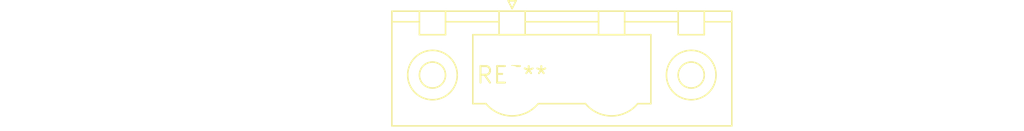
<source format=kicad_pcb>
(kicad_pcb (version 20240108) (generator pcbnew)
  (layers (0 "F.Cu" signal) (31 "B.Cu" signal) (34 "B.Paste" user) (35 "F.Paste" user) (36 "B.SilkS" user "B.Silkscreen") (37 "F.SilkS" user "F.Silkscreen") (38 "B.Mask" user) (39 "F.Mask" user) (44 "Edge.Cuts" user))
  (net 0 "")
  (footprint "PhoenixContact_GMSTBV_2,5_2-GF-7,62_1x02_P7.62mm_Vertical_ThreadedFlange" (layer "F.Cu") (at 0 0)
    (property "Reference" "REF**")
    (property "Value" "PhoenixContact_GMSTBV_2,5_2-GF-7,62_1x02_P7.62mm_Vertical_ThreadedFlange")
    (fp_line (start -9.21 -4.91) (end -9.21 3.91) (layer "F.SilkS") (stroke (width 0.12)))
    (fp_line (start -9.21 -4.1) (end -7.21 -4.1) (layer "F.SilkS") (stroke (width 0.12)))
    (fp_line (start -9.21 3.91) (end 16.83 3.91) (layer "F.SilkS") (stroke (width 0.12)))
    (fp_line (start -7.1 -4.91) (end -5.1 -4.91) (layer "F.SilkS") (stroke (width 0.12)))
    (fp_line (start -7.1 -3.1) (end -7.1 -4.91) (layer "F.SilkS") (stroke (width 0.12)))
    (fp_line (start -5.1 -4.91) (end -5.1 -3.1) (layer "F.SilkS") (stroke (width 0.12)))
    (fp_line (start -5.1 -4.1) (end -1 -4.1) (layer "F.SilkS") (stroke (width 0.12)))
    (fp_line (start -5.1 -3.1) (end -7.1 -3.1) (layer "F.SilkS") (stroke (width 0.12)))
    (fp_line (start -3.01 -3.1) (end 10.63 -3.1) (layer "F.SilkS") (stroke (width 0.12)))
    (fp_line (start -3.01 2.2) (end -3.01 -3.1) (layer "F.SilkS") (stroke (width 0.12)))
    (fp_line (start -2 2.2) (end -3.01 2.2) (layer "F.SilkS") (stroke (width 0.12)))
    (fp_line (start -1 -4.91) (end 1 -4.91) (layer "F.SilkS") (stroke (width 0.12)))
    (fp_line (start -1 -3.1) (end -1 -4.91) (layer "F.SilkS") (stroke (width 0.12)))
    (fp_line (start -0.3 -5.71) (end 0.3 -5.71) (layer "F.SilkS") (stroke (width 0.12)))
    (fp_line (start 0 -5.11) (end -0.3 -5.71) (layer "F.SilkS") (stroke (width 0.12)))
    (fp_line (start 0.3 -5.71) (end 0 -5.11) (layer "F.SilkS") (stroke (width 0.12)))
    (fp_line (start 1 -4.91) (end 1 -3.1) (layer "F.SilkS") (stroke (width 0.12)))
    (fp_line (start 1 -4.1) (end 6.62 -4.1) (layer "F.SilkS") (stroke (width 0.12)))
    (fp_line (start 1 -3.1) (end -1 -3.1) (layer "F.SilkS") (stroke (width 0.12)))
    (fp_line (start 2 2.2) (end 5.62 2.2) (layer "F.SilkS") (stroke (width 0.12)))
    (fp_line (start 6.62 -4.91) (end 8.62 -4.91) (layer "F.SilkS") (stroke (width 0.12)))
    (fp_line (start 6.62 -3.1) (end 6.62 -4.91) (layer "F.SilkS") (stroke (width 0.12)))
    (fp_line (start 8.62 -4.91) (end 8.62 -3.1) (layer "F.SilkS") (stroke (width 0.12)))
    (fp_line (start 8.62 -4.1) (end 12.72 -4.1) (layer "F.SilkS") (stroke (width 0.12)))
    (fp_line (start 8.62 -3.1) (end 6.62 -3.1) (layer "F.SilkS") (stroke (width 0.12)))
    (fp_line (start 10.63 -3.1) (end 10.63 2.2) (layer "F.SilkS") (stroke (width 0.12)))
    (fp_line (start 10.63 2.2) (end 9.62 2.2) (layer "F.SilkS") (stroke (width 0.12)))
    (fp_line (start 12.72 -4.91) (end 14.72 -4.91) (layer "F.SilkS") (stroke (width 0.12)))
    (fp_line (start 12.72 -3.1) (end 12.72 -4.91) (layer "F.SilkS") (stroke (width 0.12)))
    (fp_line (start 14.72 -4.91) (end 14.72 -3.1) (layer "F.SilkS") (stroke (width 0.12)))
    (fp_line (start 14.72 -3.1) (end 12.72 -3.1) (layer "F.SilkS") (stroke (width 0.12)))
    (fp_line (start 16.83 -4.91) (end -9.21 -4.91) (layer "F.SilkS") (stroke (width 0.12)))
    (fp_line (start 16.83 -4.1) (end 14.83 -4.1) (layer "F.SilkS") (stroke (width 0.12)))
    (fp_line (start 16.83 3.91) (end 16.83 -4.91) (layer "F.SilkS") (stroke (width 0.12)))
    (fp_arc (start 1.986842 2.215821) (mid -0.010289 3.142758) (end -2 2.2) (layer "F.SilkS") (stroke (width 0.12)))
    (fp_arc (start 9.606842 2.215821) (mid 7.609711 3.142758) (end 5.62 2.2) (layer "F.SilkS") (stroke (width 0.12)))
    (fp_circle (center -6.1 0) (end -5.1 0) (layer "F.SilkS") (stroke (width 0.12)) (fill none))
    (fp_circle (center -6.1 0) (end -4.2 0) (layer "F.SilkS") (stroke (width 0.12)) (fill none))
    (fp_circle (center 13.72 0) (end 14.72 0) (layer "F.SilkS") (stroke (width 0.12)) (fill none))
    (fp_circle (center 13.72 0) (end 15.62 0) (layer "F.SilkS") (stroke (width 0.12)) (fill none))
    (pad "1" thru_hole roundrect (at 0 0) (size 2.1 3.6) (drill 1.4) (layers *.Cu *.Mask) (remove_unused_layers) (roundrect_rratio 0.119048))
    (pad "2" thru_hole oval (at 7.62 0) (size 2.1 3.6) (drill 1.4) (layers *.Cu *.Mask) (remove_unused_layers))
  )
)
</source>
